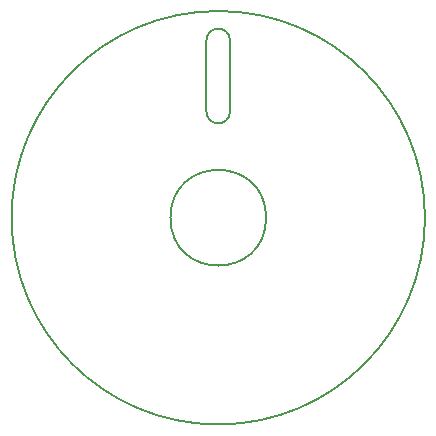
<source format=gm1>
G04 #@! TF.GenerationSoftware,KiCad,Pcbnew,8.0.7*
G04 #@! TF.CreationDate,2025-03-03T17:10:54+00:00*
G04 #@! TF.ProjectId,view_screen,76696577-5f73-4637-9265-656e2e6b6963,rev?*
G04 #@! TF.SameCoordinates,Original*
G04 #@! TF.FileFunction,Profile,NP*
%FSLAX46Y46*%
G04 Gerber Fmt 4.6, Leading zero omitted, Abs format (unit mm)*
G04 Created by KiCad (PCBNEW 8.0.7) date 2025-03-03 17:10:54*
%MOMM*%
%LPD*%
G01*
G04 APERTURE LIST*
G04 #@! TA.AperFunction,Profile*
%ADD10C,0.200000*%
G04 #@! TD*
G04 APERTURE END LIST*
D10*
X101000000Y-91000000D02*
G75*
G02*
X99000000Y-91000000I-1000000J0D01*
G01*
X99000000Y-85000000D02*
X99000000Y-91000000D01*
X101000000Y-91000000D02*
X101000000Y-85000000D01*
X99000000Y-85000000D02*
G75*
G02*
X101000000Y-85000000I1000000J0D01*
G01*
X117500000Y-100000000D02*
G75*
G02*
X82500000Y-100000000I-17500000J0D01*
G01*
X82500000Y-100000000D02*
G75*
G02*
X117500000Y-100000000I17500000J0D01*
G01*
X104050000Y-100000000D02*
G75*
G02*
X95950000Y-100000000I-4050000J0D01*
G01*
X95950000Y-100000000D02*
G75*
G02*
X104050000Y-100000000I4050000J0D01*
G01*
M02*

</source>
